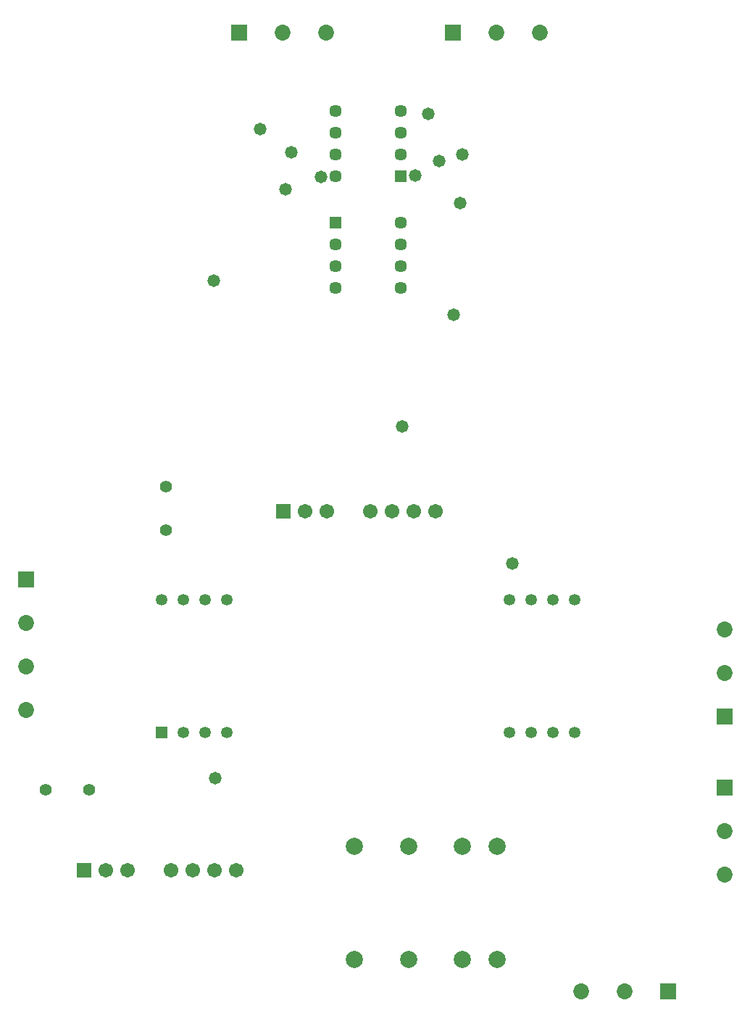
<source format=gbs>
G04*
G04 #@! TF.GenerationSoftware,Altium Limited,Altium Designer,21.9.2 (33)*
G04*
G04 Layer_Color=16711935*
%FSLAX43Y43*%
%MOMM*%
G71*
G04*
G04 #@! TF.SameCoordinates,8A64DE41-CE10-4B2C-A13A-6A112CDDCE5D*
G04*
G04*
G04 #@! TF.FilePolarity,Negative*
G04*
G01*
G75*
%ADD33C,1.853*%
%ADD34R,1.853X1.853*%
%ADD35C,1.453*%
%ADD36R,1.453X1.453*%
%ADD37C,2.003*%
%ADD38R,1.853X1.853*%
%ADD39C,1.403*%
%ADD40C,1.711*%
%ADD41R,1.711X1.711*%
%ADD42C,1.350*%
%ADD43R,1.350X1.350*%
%ADD44C,1.473*%
D33*
X66080Y118000D02*
D03*
X61000D02*
D03*
X41080Y118000D02*
D03*
X36000D02*
D03*
X87652Y24751D02*
D03*
Y19671D02*
D03*
X87652Y48320D02*
D03*
Y43241D02*
D03*
X6000Y49080D02*
D03*
Y44000D02*
D03*
Y38920D02*
D03*
X76000Y6000D02*
D03*
X70920D02*
D03*
D34*
X55920Y118000D02*
D03*
X30920Y118000D02*
D03*
X81080Y6000D02*
D03*
D35*
X42190Y101190D02*
D03*
Y103730D02*
D03*
Y106270D02*
D03*
Y108810D02*
D03*
X49810D02*
D03*
Y106270D02*
D03*
Y103730D02*
D03*
Y95810D02*
D03*
Y93270D02*
D03*
Y90730D02*
D03*
Y88190D02*
D03*
X42190D02*
D03*
Y90730D02*
D03*
Y93270D02*
D03*
D36*
X49810Y101190D02*
D03*
X42190Y95810D02*
D03*
D37*
X50700Y23000D02*
D03*
X61100D02*
D03*
X57000D02*
D03*
X44350Y9800D02*
D03*
Y23000D02*
D03*
X50700Y9800D02*
D03*
X61100D02*
D03*
X57000D02*
D03*
D38*
X87652Y29831D02*
D03*
X87652Y38160D02*
D03*
X6000Y54160D02*
D03*
D39*
X22400Y59910D02*
D03*
Y64990D02*
D03*
X13421Y29538D02*
D03*
X8341D02*
D03*
D40*
X30619Y20167D02*
D03*
X28079D02*
D03*
X25539D02*
D03*
X22999D02*
D03*
X17919D02*
D03*
X15379D02*
D03*
X38650Y62050D02*
D03*
X41190D02*
D03*
X46270D02*
D03*
X48810D02*
D03*
X51350D02*
D03*
X53890D02*
D03*
D41*
X12839Y20167D02*
D03*
X36110Y62050D02*
D03*
D42*
X21870Y51748D02*
D03*
X24410D02*
D03*
X26950D02*
D03*
X29490D02*
D03*
X62510D02*
D03*
X65050D02*
D03*
X67590D02*
D03*
X70130D02*
D03*
Y36253D02*
D03*
X67590D02*
D03*
X65050D02*
D03*
X62510D02*
D03*
X29490D02*
D03*
X26950D02*
D03*
X24410D02*
D03*
D43*
X21870D02*
D03*
D44*
X28000Y89000D02*
D03*
X56000Y85000D02*
D03*
X54330Y102971D02*
D03*
X56747Y98029D02*
D03*
X53052Y108453D02*
D03*
X36385Y99699D02*
D03*
X33419Y106722D02*
D03*
X50000Y72000D02*
D03*
X51510Y101254D02*
D03*
X57020Y103744D02*
D03*
X40470Y101145D02*
D03*
X37000Y104000D02*
D03*
X28095Y30958D02*
D03*
X62816Y55961D02*
D03*
M02*

</source>
